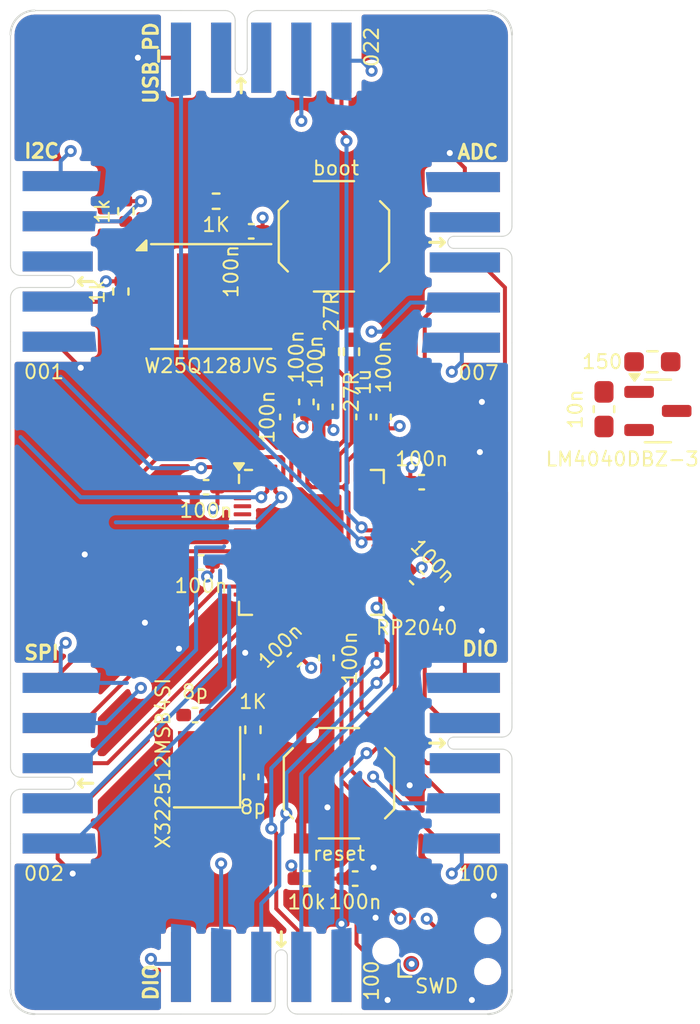
<source format=kicad_pcb>
(kicad_pcb (version 20241010) (generator "pcbnew") (generator_version "8.99")
  (layers (0 "F.Cu" signal) (4 "In1.Cu" signal) (6 "In2.Cu" signal) (2 "B.Cu" signal) (13 "F.Paste" user) (15 "B.Paste" user) (5 "F.SilkS" user "F.Silkscreen") (7 "B.SilkS" user "B.Silkscreen") (1 "F.Mask" user) (3 "B.Mask" user) (25 "Edge.Cuts" user))
  (net 0 "")
  (net 1 "GND")
  (net 2 "+3V3")
  (net 3 "/RP2040/XIN")
  (net 4 "/RP2040/RUN")
  (net 5 "Net-(C5-Pad1)")
  (net 6 "+1V1")
  (net 7 "/RP2040/SWDIO")
  (net 9 "/RP2040/SWCLK")
  (net 10 "Net-(R1-Pad2)")
  (net 11 "/RP2040/~{QSPI_CS}")
  (net 12 "Net-(U3-USB_DP)")
  (net 13 "/RP2040/D+")
  (net 14 "/RP2040/D-")
  (net 15 "Net-(U3-USB_DM)")
  (net 16 "/RP2040/XOUT")
  (net 18 "/RP2040/QSPI_SD1")
  (net 19 "/RP2040/QSPI_SD2")
  (net 20 "/RP2040/QSPI_SD0")
  (net 21 "/RP2040/QSPI_SD3")
  (net 22 "/RP2040/QSPI_SCLK")
  (net 23 "/RP2040/GPIO23")
  (net 24 "/RP2040/GPIO20")
  (net 25 "/RP2040/GPIO22")
  (net 26 "/RP2040/GPIO17")
  (net 27 "/RP2040/GPIO25")
  (net 28 "/RP2040/GPIO16")
  (net 29 "/RP2040/GPIO21")
  (net 30 "/RP2040/GPIO24")
  (net 31 "/RP2040/GPIO18")
  (net 32 "/RP2040/GPIO13")
  (net 33 "/RP2040/GPIO19")
  (net 34 "/RP2040/GPIO15")
  (net 35 "/RP2040/GPIO14")
  (net 36 "+5V")
  (net 40 "/~{I2C0_RESET}")
  (net 41 "/I2C0_STATUS")
  (net 42 "/I2C0_SCL")
  (net 43 "/ADC_REF")
  (net 44 "/SPI_INT")
  (net 45 "/SPI_MOSI")
  (net 46 "/SPI_STATUS")
  (net 47 "/SPI_MISO")
  (net 48 "/SPI_CS")
  (net 49 "/SPI_SCLK")
  (net 50 "/~{SPI_RESET}")
  (net 51 "/ADC1")
  (net 53 "/ADC2")
  (net 55 "/ADC0")
  (net 56 "/ADC3")
  (net 61 "/I2C0_CS")
  (net 62 "/I2C0_INT")
  (net 63 "/I2C0_SDA")
  (footprint "Capacitor_SMD:C_0402_1005Metric_Pad0.74x0.62mm_HandSolder" (layer "F.Cu") (at 148 116.1825 -90)
    (property "Reference" "C5" (hide yes))
    (property "Value" "8p")
  )
  (footprint "Resistor_SMD:R_0402_1005Metric_Pad0.72x0.64mm_HandSolder" (layer "F.Cu") (at 153 95 90)
    (property "Reference" "R5" (hide yes))
    (property "Value" "27R")
  )
  (footprint "Capacitor_SMD:C_0402_1005Metric_Pad0.74x0.62mm_HandSolder" (layer "F.Cu") (at 150.151283 110.348717 45)
    (property "Reference" "C18" (hide yes))
    (property "Value" "100n")
  )
  (footprint "Capacitor_SMD:C_0402_1005Metric_Pad0.74x0.62mm_HandSolder" (layer "F.Cu") (at 145.75 101.75)
    (property "Reference" "C9" (hide yes))
    (property "Value" "100n")
  )
  (footprint "Package_DFN_QFN:QFN-56-1EP_7x7mm_P0.4mm_EP3.2x3.2mm" (layer "F.Cu") (at 151 104.5)
    (property "Reference" "U3" (hide yes))
    (property "Value" "RP2040")
  )
  (footprint "Resistor_SMD:R_0402_1005Metric_Pad0.72x0.64mm_HandSolder" (layer "F.Cu") (at 148.085 113.835 -90)
    (property "Reference" "R6" (hide yes))
    (property "Value" "1K")
  )
  (footprint "Capacitor_SMD:C_0402_1005Metric_Pad0.74x0.62mm_HandSolder" (layer "F.Cu") (at 150.75 97.5 -90)
    (property "Reference" "C11" (hide yes))
    (property "Value" "100n")
  )
  (footprint "put_on_edge:on_edge_2x05_host" (layer "F.Cu") (at 144.5 78)
    (property "Reference" "J6" (hide yes))
    (property "Value" "022")
    (fp_line (start 0 0) (end 2.2 0) (stroke (width 0.05)) (layer "Edge.Cuts"))
    (fp_line (start 2.7 0.5) (end 2.7 2.9) (stroke (width 0.05)) (layer "Edge.Cuts"))
    (fp_line (start 3.3 2.9) (end 3.3 0.5) (stroke (width 0.05)) (layer "Edge.Cuts"))
    (fp_line (start 3.8 0) (end 8 0) (stroke (width 0.05)) (layer "Edge.Cuts"))
    (fp_arc (start 2.2 0) (mid 2.553553 0.146447) (end 2.7 0.5) (stroke (width 0.05)) (layer "Edge.Cuts"))
    (fp_arc (start 3.3 0.5) (mid 3.446447 0.146447) (end 3.8 0) (stroke (width 0.05)) (layer "Edge.Cuts"))
    (fp_arc (start 3.3 2.9) (mid 3 3.2) (end 2.7 2.9) (stroke (width 0.05)) (layer "Edge.Cuts"))
  )
  (footprint "Capacitor_SMD:C_0402_1005Metric_Pad0.74x0.62mm_HandSolder" (layer "F.Cu") (at 151.75 110.25 90)
    (property "Reference" "C7" (hide yes))
    (property "Value" "100n")
  )
  (footprint "Capacitor_SMD:C_0603_1608Metric_Pad1.08x0.95mm_HandSolder" (layer "F.Cu") (at 165.5875 97.8625 -90)
    (property "Reference" "C1" (hide yes))
    (property "Value" "10n")
  )
  (footprint "put_on_edge:on_edge_2x05_host" (layer "F.Cu") (at 136 119.5 90)
    (property "Reference" "J2" (hide yes))
    (property "Value" "002")
    (fp_line (start 3.8 0) (end 8 0) (stroke (width 0.05)) (layer "Edge.Cuts"))
    (fp_line (start 0 0) (end 2.2 0) (stroke (width 0.05)) (layer "Edge.Cuts"))
    (fp_line (start 2.7 0.5) (end 2.7 2.9) (stroke (width 0.05)) (layer "Edge.Cuts"))
    (fp_line (start 3.3 2.9) (end 3.3 0.5) (stroke (width 0.05)) (layer "Edge.Cuts"))
    (fp_arc (start 2.2 0) (mid 2.553553 0.146447) (end 2.7 0.5) (stroke (width 0.05)) (layer "Edge.Cuts"))
    (fp_arc (start 3.3 0.5) (mid 3.446447 0.146447) (end 3.8 0) (stroke (width 0.05)) (layer "Edge.Cuts"))
    (fp_arc (start 3.3 2.9) (mid 3 3.2) (end 2.7 2.9) (stroke (width 0.05)) (layer "Edge.Cuts"))
  )
  (footprint "Capacitor_SMD:C_0402_1005Metric_Pad0.74x0.62mm_HandSolder" (layer "F.Cu") (at 153.1825 121.25)
    (property "Reference" "C4" (hide yes))
    (property "Value" "100n")
  )
  (footprint "Capacitor_SMD:C_0402_1005Metric_Pad0.74x0.62mm_HandSolder" (layer "F.Cu") (at 145.2 113.1025 180)
    (property "Reference" "C3" (hide yes))
    (property "Value" "8p")
  )
  (footprint "Resistor_SMD:R_0402_1005Metric_Pad0.72x0.64mm_HandSolder" (layer "F.Cu") (at 150.7675 121.25)
    (property "Reference" "R3" (hide yes))
    (property "Value" "10k")
  )
  (footprint "Resistor_SMD:R_0402_1005Metric_Pad0.72x0.64mm_HandSolder" (layer "F.Cu") (at 152 95 -90)
    (property "Reference" "R4" (hide yes))
    (property "Value" "27R")
  )
  (footprint "put_on_edge:on_edge_2x05_host" (layer "F.Cu") (at 152.5 128 180)
    (property "Reference" "J3" (hide yes))
    (property "Value" "100")
    (fp_line (start 3.8 0) (end 8 0) (stroke (width 0.05)) (layer "Edge.Cuts"))
    (fp_line (start 3.3 2.9) (end 3.3 0.5) (stroke (width 0.05)) (layer "Edge.Cuts"))
    (fp_line (start 2.7 0.5) (end 2.7 2.9) (stroke (width 0.05)) (layer "Edge.Cuts"))
    (fp_line (start 0 0) (end 2.2 0) (stroke (width 0.05)) (layer "Edge.Cuts"))
    (fp_arc (start 3.3 2.9) (mid 3 3.2) (end 2.7 2.9) (stroke (width 0.05)) (layer "Edge.Cuts"))
    (fp_arc (start 3.3 0.5) (mid 3.446447 0.146447) (end 3.8 0) (stroke (width 0.05)) (layer "Edge.Cuts"))
    (fp_arc (start 2.2 0) (mid 2.553553 0.146447) (end 2.7 0.5) (stroke (width 0.05)) (layer "Edge.Cuts"))
  )
  (footprint "Capacitor_SMD:C_0402_1005Metric_Pad0.74x0.62mm_HandSolder" (layer "F.Cu") (at 149.8 98.25 -90)
    (property "Reference" "C6" (hide yes))
    (property "Value" "100n")
  )
  (footprint "Package_TO_SOT_SMD:SOT-23" (layer "F.Cu") (at 168.275 97.95)
    (property "Reference" "U1" (hide yes))
    (property "Value" "LM4040DBZ-3")
  )
  (footprint "Capacitor_SMD:C_0402_1005Metric_Pad0.74x0.62mm_HandSolder" (layer "F.Cu") (at 153.6 98.25 -90)
    (property "Reference" "C8" (hide yes))
    (property "Value" "1u")
  )
  (footprint "put_on_edge:on_edge_2x05_host" (layer "F.Cu") (at 161 86.55 -90)
    (property "Reference" "J4" (hide yes))
    (property "Value" "007")
    (fp_line (start 3.3 2.9) (end 3.3 0.5) (stroke (width 0.05)) (layer "Edge.Cuts"))
    (fp_line (start 2.7 0.5) (end 2.7 2.9) (stroke (width 0.05)) (layer "Edge.Cuts"))
    (fp_line (start 0 0) (end 2.2 0) (stroke (width 0.05)) (layer "Edge.Cuts"))
    (fp_line (start 3.8 0) (end 8 0) (stroke (width 0.05)) (layer "Edge.Cuts"))
    (fp_arc (start 3.3 2.9) (mid 3 3.2) (end 2.7 2.9) (stroke (width 0.05)) (layer "Edge.Cuts"))
    (fp_arc (start 3.3 0.5) (mid 3.446447 0.146447) (end 3.8 0) (stroke (width 0.05)) (layer "Edge.Cuts"))
    (fp_arc (start 2.2 0) (mid 2.553553 0.146447) (end 2.7 0.5) (stroke (width 0.05)) (layer "Edge.Cuts"))
  )
  (footprint "Crystal:Crystal_SMD_3225-4Pin_3.2x2.5mm" (layer "F.Cu") (at 145.8 115.7025 90)
    (property "Reference" "Y1" (hide yes))
    (property "Value" "X322512MSB4SI")
  )
  (footprint "Resistor_SMD:R_0603_1608Metric_Pad0.98x0.95mm_HandSolder" (layer "F.Cu") (at 168 95.5)
    (property "Reference" "R2" (hide yes))
    (property "Value" "150")
  )
  (footprint "Package_SON:WSON-8-1EP_6x5mm_P1.27mm_EP3.4x4.3mm" (layer "F.Cu") (at 146 92.25)
    (property "Reference" "U2" (hide yes))
    (property "Value" "W25Q128JVS")
  )
  (footprint "put_on_edge:on_edge_2x05_host" (layer "F.Cu") (at 136 94.5 90)
    (property "Reference" "J8" (hide yes))
    (property "Value" "001")
    (fp_line (start 3.8 0) (end 8 0) (stroke (width 0.05)) (layer "Edge.Cuts"))
    (fp_line (start 0 0) (end 2.2 0) (stroke (width 0.05)) (layer "Edge.Cuts"))
    (fp_line (start 2.7 0.5) (end 2.7 2.9) (stroke (width 0.05)) (layer "Edge.Cuts"))
    (fp_line (start 3.3 2.9) (end 3.3 0.5) (stroke (width 0.05)) (layer "Edge.Cuts"))
    (fp_arc (start 2.2 0) (mid 2.553553 0.146447) (end 2.7 0.5) (stroke (width 0.05)) (layer "Edge.Cuts"))
    (fp_arc (start 3.3 0.5) (mid 3.446447 0.146447) (end 3.8 0) (stroke (width 0.05)) (layer "Edge.Cuts"))
    (fp_arc (start 3.3 2.9) (mid 3 3.2) (end 2.7 2.9) (stroke (width 0.05)) (layer "Edge.Cuts"))
  )
  (footprint "Resistor_SMD:R_0402_1005Metric" (layer "F.Cu") (at 141.75 88 -90)
    (property "Reference" "R8" (hide yes))
    (property "Value" "1k")
  )
  (footprint "Resistor_SMD:R_0402_1005Metric" (layer "F.Cu") (at 141.5 92 -90)
    (property "Reference" "R7" (hide yes))
    (property "Value" "1k")
  )
  (footprint "Button_Switch_SMD:SW_Push_1P1T_XKB_TS-1187A" (layer "F.Cu") (at 152.375 116.5 -90)
    (property "Reference" "SW2" (hide yes))
    (property "Value" "reset")
  )
  (footprint "Capacitor_SMD:C_0402_1005Metric_Pad0.74x0.62mm_HandSolder" (layer "F.Cu") (at 145.5 105.5)
    (property "Reference" "C13" (hide yes))
    (property "Value" "100n")
  )
  (footprint "Connector:Tag-Connect_TC2030-IDC-NL_2x03_P1.27mm_Vertical" (layer "F.Cu") (at 157.25 124.865)
    (property "Reference" "J1" (hide yes))
    (property "Value" "SWD")
  )
  (footprint "Button_Switch_SMD:SW_Push_1P1T_XKB_TS-1187A" (layer "F.Cu") (at 152.125 89.25 -90)
    (property "Reference" "SW1" (hide yes))
    (property "Value" "boot")
  )
  (footprint "Capacitor_SMD:C_0402_1005Metric_Pad0.74x0.62mm_HandSolder" (layer "F.Cu") (at 148 89 180)
    (property "Reference" "C2" (hide yes))
    (property "Value" "100n")
  )
  (footprint "Capacitor_SMD:C_0402_1005Metric_Pad0.74x0.62mm_HandSolder" (layer "F.Cu") (at 151.7 97.75 -90)
    (property "Reference" "C14" (hide yes))
    (property "Value" "100n")
  )
  (footprint "Resistor_SMD:R_0402_1005Metric_Pad0.72x0.64mm_HandSolder" (layer "F.Cu") (at 146.25 87.5)
    (property "Reference" "R1" (hide yes))
    (property "Value" "1K")
  )
  (footprint "Capacitor_SMD:C_0402_1005Metric_Pad0.74x0.62mm_HandSolder" (layer "F.Cu") (at 154.6 98.25 -90)
    (property "Reference" "C15" (hide yes))
    (property "Value" "100n")
  )
  (footprint "Capacitor_SMD:C_0402_1005Metric_Pad0.74x0.62mm_HandSolder" (layer "F.Cu") (at 156.5 101.5 180)
    (property "Reference" "C16" (hide yes))
    (property "Value" "100n")
  )
  (footprint "Capacitor_SMD:C_0402_1005Metric_Pad0.74x0.62mm_HandSolder" (layer "F.Cu") (at 156.25 106.25 135)
    (property "Reference" "C12" (hide yes))
    (property "Value" "100n")
  )
  (footprint "put_on_edge:on_edge_2x05_host" (layer "F.Cu") (at 161 111.5 -90)
    (property "Reference" "J5" (hide yes))
    (property "Value" "100")
    (fp_line (start 3.3 2.9) (end 3.3 0.5) (stroke (width 0.05)) (layer "Edge.Cuts"))
    (fp_line (start 2.7 0.5) (end 2.7 2.9) (stroke (width 0.05)) (layer "Edge.Cuts"))
    (fp_line (start 0 0) (end 2.2 0) (stroke (width 0.05)) (layer "Edge.Cuts"))
    (fp_line (start 3.8 0) (end 8 0) (stroke (width 0.05)) (layer "Edge.Cuts"))
    (fp_arc (start 3.3 2.9) (mid 3 3.2) (end 2.7 2.9) (stroke (width 0.05)) (layer "Edge.Cuts"))
    (fp_arc (start 3.3 0.5) (mid 3.446447 0.146447) (end 3.8 0) (stroke (width 0.05)) (layer "Edge.Cuts"))
    (fp_arc (start 2.2 0) (mid 2.553553 0.146447) (end 2.7 0.5) (stroke (width 0.05)) (layer "Edge.Cuts"))
  )
  (gr_arc (start 161 126.8) (mid 160.648528 127.648528) (end 159.8 128) (stroke (width 0.1)) (layer "Edge.Cuts"))
  (gr_arc (start 136 79.2) (mid 136.351472 78.351472) (end 137.2 78) (stroke (width 0.1)) (layer "Edge.Cuts"))
  (gr_arc (start 137.2 128) (mid 136.351472 127.648528) (end 136 126.8) (stroke (width 0.1)) (layer "Edge.Cuts"))
  (gr_line (start 161 94.55) (end 161 111.5) (stroke (width 0.05)) (layer "Edge.Cuts"))
  (gr_line (start 152.5 78) (end 159.8 78) (stroke (width 0.05)) (layer "Edge.Cuts"))
  (gr_line (start 136 126.8) (end 136 119.5) (stroke (width 0.05)) (layer "Edge.Cuts"))
  (gr_arc (start 159.8 78) (mid 160.648528 78.351472) (end 161 79.2) (stroke (width 0.1)) (layer "Edge.Cuts"))
  (gr_line (start 137.2 78) (end 144.5 78) (stroke (width 0.05)) (layer "Edge.Cuts"))
  (gr_line (start 161 119.5) (end 161 126.8) (stroke (width 0.05)) (layer "Edge.Cuts"))
  (gr_line (start 136 111.5) (end 136 94.5) (stroke (width 0.05)) (layer "Edge.Cuts"))
  (gr_line (start 159.8 128) (end 152.5 128) (stroke (width 0.05)) (layer "Edge.Cuts"))
  (gr_line (start 161 79.2) (end 161 86.55) (stroke (width 0.05)) (layer "Edge.Cuts"))
  (gr_line (start 144.5 128) (end 137.2 128) (stroke (width 0.05)) (layer "Edge.Cuts"))
  (gr_line (start 136 86.5) (end 136 79.2) (stroke (width 0.05)) (layer "Edge.Cuts"))
  (segment (start 150 107.9375) (end 150 105.5) (width 0.2) (layer "F.Cu") (net 1))
  (segment (start 158.65 109.75) (end 159.5 108.9) (width 0.2) (layer "F.Cu") (net 1))
  (segment (start 144.5 80.35) (end 142.35 80.35) (width 0.2) (layer "F.Cu") (net 1))
  (segment (start 138.35 94.65) (end 139.5 95.8) (width 0.2) (layer "F.Cu") (net 1))
  (segment (start 138.35 94.5) (end 138.35 94.65) (width 0.2) (layer "F.Cu") (net 1))
  (segment (start 158.65 85.85) (end 157.9 85.1) (width 0.2) (layer "F.Cu") (net 1))
  (segment (start 138.35 119.5) (end 138.35 120.25) (width 0.2) (layer "F.Cu") (net 1))
  (segment (start 158.65 86.55) (end 158.65 85.85) (width 0.2) (layer "F.Cu") (net 1))
  (segment (start 142.3 80.3) (end 142.35 80.35) (width 0.2) (layer "F.Cu") (net 1))
  (segment (start 152.5 125.65) (end 152.5 123.5) (width 0.2) (layer "F.Cu") (net 1))
  (segment (start 138.35 120.25) (end 139.1 121) (width 0.2) (layer "F.Cu") (net 1))
  (segment (start 150 105.5) (end 151 104.5) (width 0.2) (layer "F.Cu") (net 1))
  (segment (start 158.65 111.5) (end 158.65 109.75) (width 0.2) (layer "F.Cu") (net 1))
  (via (at 157.5 107.8) (size 0.6) (drill 0.3) (layers "F.Cu" "B.Cu") (net 1))
  (via (at 159.5 108.9) (size 0.6) (drill 0.3) (layers "F.Cu" "B.Cu") (net 1))
  (via (at 142.35 80.35) (size 0.6) (drill 0.3) (layers "F.Cu" "B.Cu") (net 1))
  (via (at 155.9 116.6) (size 0.6) (drill 0.3) (layers "F.Cu" "B.Cu") (net 1))
  (via (at 139.1 121) (size 0.6) (drill 0.3) (layers "F.Cu" "B.Cu") (net 1))
  (via (at 159.4 100) (size 0.6) (drill 0.3) (layers "F.Cu" "B.Cu") (net 1))
  (via (at 154.8 127.3) (size 0.6) (drill 0.3) (layers "F.Cu" "B.Cu") (net 1))
  (via (at 139.5 95.8) (size 0.6) (drill 0.3) (layers "F.Cu" "B.Cu") (net 1))
  (via (at 151.8 117.7) (size 0.6) (drill 0.3) (layers "F.Cu" "B.Cu") (net 1))
  (via (at 154.1 120.7) (size 0.6) (drill 0.3) (layers "F.Cu" "B.Cu") (net 1))
  (via (at 152.5 123.5) (size 0.6) (drill 0.3) (layers "F.Cu" "B.Cu") (net 1))
  (via (at 154.2 123.2) (size 0.6) (drill 0.3) (layers "F.Cu" "B.Cu") (net 1))
  (via (at 159.5 97.5) (size 0.6) (drill 0.3) (layers "F.Cu" "B.Cu") (net 1))
  (via (at 147.7 110) (size 0.6) (drill 0.3) (layers "F.Cu" "B.Cu") (net 1))
  (via (at 160.1 122.1) (size 0.6) (drill 0.3) (layers "F.Cu" "B.Cu") (net 1))
  (via (at 144.4 109.8) (size 0.6) (drill 0.3) (layers "F.Cu" "B.Cu") (net 1))
  (via (at 159 127.3) (size 0.6) (drill 0.3) (layers "F.Cu" "B.Cu") (net 1))
  (via (at 157.9 85.1) (size 0.6) (drill 0.3) (layers "F.Cu" "B.Cu") (net 1))
  (via (at 139.7 105.1) (size 0.6) (drill 0.3) (layers "F.Cu" "B.Cu") (net 1))
  (via (at 142.7 108.5) (size 0.6) (drill 0.3) (layers "F.Cu" "B.Cu") (net 1))
  (segment (start 151.6 101.0625) (end 151.6 98.4175) (width 0.2) (layer "F.Cu") (net 2))
  (segment (start 153.2 100.6) (end 154.6 99.2) (width 0.2) (layer "F.Cu") (net 2))
  (segment (start 152.1 98.9) (end 151.96 98.76) (width 0.2) (layer "F.Cu") (net 2))
  (segment (start 155.98 125.5) (end 155.98 125.322542) (width 0.2) (layer "F.Cu") (net 2))
  (segment (start 156.401283 105.848717) (end 156.5 105.75) (width 0.2) (layer "F.Cu") (net 2))
  (segment (start 150.552566 110.312566) (end 150.99 110.75) (width 0.2) (layer "F.Cu") (net 2))
  (segment (start 150.75 98.0675) (end 150.75 98.570879) (width 0.2) (layer "F.Cu") (net 2))
  (segment (start 146.1 102.8) (end 146.3175 102.5825) (width 0.2) (layer "F.Cu") (net 2))
  (segment (start 150.552566 109.947434) (end 150.552566 110.312566) (width 0.2) (layer "F.Cu") (net 2))
  (segment (start 150.552566 109.947434) (end 151.2 109.3) (width 0.2) (layer "F.Cu") (net 2))
  (segment (start 151.6 98.4175) (end 151.7 98.3175) (width 0.2) (layer "F.Cu") (net 2))
  (segment (start 151.14125 98.45875) (end 150.75 98.0675) (width 0.2) (layer "F.Cu") (net 2))
  (segment (start 153.2 101.0625) (end 153.2 100.6) (width 0.2) (layer "F.Cu") (net 2))
  (segment (start 141.5 91.49) (end 140.76 91.49) (width 0.2) (layer "F.Cu") (net 2))
  (segment (start 154.6 99.2) (end 154.6 98.8175) (width 0.2) (layer "F.Cu") (net 2))
  (segment (start 151.2 98.95875) (end 151.14125 98.9) (width 0.2) (layer "F.Cu") (net 2))
  (segment (start 142.5 87.5) (end 141.76 87.5) (width 0.2) (layer "F.Cu") (net 2))
  (segment (start 146.3175 102.5825) (end 146.3175 101.75) (width 0.2) (layer "F.Cu") (net 2))
  (segment (start 155.5 105.5) (end 155.848717 105.848717) (width 0.2) (layer "F.Cu") (net 2))
  (segment (start 148.5675 89) (end 148.5675 88.3175) (width 0.2) (layer "F.Cu") (net 2))
  (segment (start 155.2825 98.8175) (end 154.6 98.8175) (width 0.2) (layer "F.Cu") (net 2))
  (segment (start 147.5625 101.9) (end 146.4675 101.9) (width 0.2) (layer "F.Cu") (net 2))
  (segment (start 154.4375 101.9) (end 155.5325 101.9) (width 0.2) (layer "F.Cu") (net 2))
  (segment (start 151.96 98.76) (end 151.96 98.71) (width 0.2) (layer "F.Cu") (net 2))
  (segment (start 141.76 87.5) (end 141.75 87.49) (width 0.2) (layer "F.Cu") (net 2))
  (segment (start 148.7 89.1325) (end 148.5675 89) (width 0.2) (layer "F.Cu") (net 2))
  (segment (start 148.7 90.345) (end 148.7 89.1325) (width 0.2) (layer "F.Cu") (net 2))
  (segment (start 155.848717 105.848717) (end 156.401283 105.848717) (width 0.2) (layer "F.Cu") (net 2))
  (segment (start 151.96 98.71) (end 151.7 98.45) (width 0.2) (layer "F.Cu") (net 2))
  (segment (start 140.75 91.5) (end 140.76 91.49) (width 0.2) (layer "F.Cu") (net 2))
  (segment (start 145.8 106.2) (end 146.0675 105.9325) (width 0.2) (layer "F.Cu") (net 2))
  (segment (start 155.4 98.7) (end 155.2825 98.8175) (width 0.2) (layer "F.Cu") (net 2))
  (segment (start 151.2 109.3) (end 151.2 107.9375) (width 0.2) (layer "F.Cu") (net 2))
  (segment (start 148.5 88.25) (end 148.5675 88.3175) (width 0.2) (layer "F.Cu") (net 2))
  (segment (start 154.4375 105.5) (end 155.5 105.5) (width 0.2) (layer "F.Cu") (net 2))
  (segment (start 146.4675 101.9) (end 146.3175 101.75) (width 0.2) (layer "F.Cu") (net 2))
  (segment (start 155.9325 100.8175) (end 156 100.75) (width 0.2) (layer "F.Cu") (net 2))
  (segment (start 151.14125 98.9) (end 151.14125 98.45875) (width 0.2) (layer "F.Cu") (net 2))
  (segment (start 146.0675 105.9325) (end 146.0675 105.5) (width 0.2) (layer "F.Cu") (net 2))
  (segment (start 155.5325 101.9) (end 155.9325 101.5) (width 0.2) (layer "F.Cu") (net 2))
  (segment (start 150.17 121.25) (end 150.17 120.77) (width 0.2) (layer "F.Cu") (net 2))
  (segment (start 155.9325 101.5) (end 155.9325 100.8175) (width 0.2) (layer "F.Cu") (net 2))
  (segment (start 146.0675 105.5) (end 147.5625 105.5) (width 0.2) (layer "F.Cu") (net 2))
  (segment (start 151.2 101.0625) (end 151.2 98.95875) (width 0.2) (layer "F.Cu") (net 2))
  (segment (start 150.75 98.570879) (end 150.56 98.760879) (width 0.2) (layer "F.Cu") (net 2))
  (segment (start 150.17 120.77) (end 150 120.6) (width 0.2) (layer "F.Cu") (net 2))
  (segment (start 151.7 98.45) (end 151.7 98.3175) (width 0.2) (layer "F.Cu") (net 2))
  (via (at 146.5 120.5) (size 0.6) (drill 0.3) (layers "F.Cu" "B.Cu") (net 2))
  (via (at 150 120.6) (size 0.6) (drill 0.3) (layers "F.Cu" "B.Cu") (net 2))
  (via (at 152.1 98.9) (size 0.6) (drill 0.3) (layers "F.Cu" "B.Cu") (net 2))
  (via (at 150.5 83.5) (size 0.6) (drill 0.3) (layers "F.Cu" "B.Cu") (net 2))
  (via (at 154.076409 116.173591) (size 0.6) (drill 0.3) (layers "F.Cu" "B.Cu") (net 2))
  (via (at 142.5 111.75) (size 0.6) (drill 0.3) (layers "F.Cu" "B.Cu") (net 2))
  (via (at 150.56 98.760879) (size 0.6) (drill 0.3) (layers "F.Cu" "B.Cu") (net 2))
  (via (at 154 94) (size 0.6) (drill 0.3) (layers "F.Cu" "B.Cu") (net 2))
  (via (at 148.5675 88.3175) (size 0.6) (drill 0.3) (layers "F.Cu" "B.Cu") (net 2))
  (via (at 156 125.5) (size 0.6) (drill 0.3) (layers "F.Cu" "B.Cu") (net 2))
  (via (at 155.4 98.7) (size 0.6) (drill 0.3) (layers "F.Cu" "B.Cu") (net 2))
  (via (at 146.1 102.8) (size 0.6) (drill 0.3) (layers "F.Cu" "B.Cu") (net 2))
  (via (at 140.76 91.49) (size 0.6) (drill 0.3) (layers "F.Cu" "B.Cu") (net 2))
  (via (at 156 100.75) (size 0.6) (drill 0.3) (layers "F.Cu" "B.Cu") (net 2))
  (via (at 156.5 105.75) (size 0.6) (drill 0.3) (layers "F.Cu" "B.Cu") (net 2))
  (via (at 142.5 87.5) (size 0.6) (drill 0.3) (layers "F.Cu" "B.Cu") (net 2))
  (via (at 150.99 110.75) (size 0.6) (drill 0.3) (layers "F.Cu" "B.Cu") (net 2))
  (via (at 145.8 106.2) (size 0.6) (drill 0.3) (layers "F.Cu" "B.Cu") (net 2))
  (segment (start 150.5 80.4) (end 150.5 83.5) (width 0.2) (layer "B.Cu") (net 2))
  (segment (start 158.6 117.5) (end 155.402817 117.5) (width 0.2) (layer "B.Cu") (net 2))
  (segment (start 146.5 125.6) (end 146.5 120.5) (width 0.2) (layer "B.Cu") (net 2))
  (segment (start 141.5 88.5) (end 138.4 88.5) (width 0.2) (layer "B.Cu") (net 2))
  (segment (start 138.4 113.5) (end 140.75 113.5) (width 0.2) (layer "B.Cu") (net 2))
  (segment (start 140.75 113.5) (end 142.5 111.75) (width 0.2) (layer "B.Cu") (net 2))
  (segment (start 158.6 92.55) (end 155.95 92.55) (width 0.2) (layer "B.Cu") (net 2))
  (segment (start 155.95 92.55) (end 154.5 94) (width 0.2) (layer "B.Cu") (net 2))
  (segment (start 142.5 87.5) (end 141.5 88.5) (width 0.2) (layer "B.Cu") (net 2))
  (segment (start 154.5 94) (end 154 94) (width 0.2) (layer "B.Cu") (net 2))
  (segment (start 155.402817 117.5) (end 154.076409 116.173591) (width 0.2) (layer "B.Cu") (net 2))
  (segment (start 145.7675 113.785) (end 144.95 114.6025) (width 0.2) (layer "F.Cu") (net 3))
  (segment (start 145.7675 113.1025) (end 145.7675 113.785) (width 0.2) (layer "F.Cu") (net 3))
  (segment (start 145.8975 113.1025) (end 145.7675 113.1025) (width 0.2) (layer "F.Cu") (net 3))
  (segment (start 150.4 108.6) (end 145.8975 113.1025) (width 0.2) (layer "F.Cu") (net 3))
  (segment (start 145.7675 113.1025) (end 145.8025 113.0675) (width 0.2) (layer "F.Cu") (net 3))
  (segment (start 150.4 107.9375) (end 150.4 108.6) (width 0.2) (layer "F.Cu") (net 3))
  (segment (start 152.615 121.135) (end 154.25 119.5) (width 0.2) (layer "F.Cu") (net 4))
  (segment (start 153.5 112.75) (end 153.5 109.492974) (width 0.2) (layer "F.Cu") (net 4))
  (segment (start 152.615 121.25) (end 152.615 121.135) (width 0.2) (layer "F.Cu") (net 4))
  (segment (start 151.365 121.25) (end 152.615 121.25) (width 0.2) (layer "F.Cu") (net 4))
  (segment (start 153.25 124.50144) (end 153.25 121.885) (width 0.2) (layer "F.Cu") (net 4))
  (segment (start 154.25 113.5) (end 153.5 112.75) (width 0.2) (layer "F.Cu") (net 4))
  (segment (start 153.5 109.492974) (end 152.8 108.792974) (width 0.2) (layer "F.Cu") (net 4))
  (segment (start 154.89226 126.1437) (end 153.25 124.50144) (width 0.2) (layer "F.Cu") (net 4))
  (segment (start 157.25 125.5) (end 156.6063 126.1437) (width 0.2) (layer "F.Cu") (net 4))
  (segment (start 156.6063 126.1437) (end 154.89226 126.1437) (width 0.2) (layer "F.Cu") (net 4))
  (segment (start 152.8 108.792974) (end 152.8 107.9375) (width 0.2) (layer "F.Cu") (net 4))
  (segment (start 153.25 121.885) (end 152.615 121.25) (width 0.2) (layer "F.Cu") (net 4))
  (segment (start 148.085 114.4325) (end 148.085 115.53) (width 0.2) (layer "F.Cu") (net 5))
  (segment (start 148 115.615) (end 147.8375 115.615) (width 0.2) (layer "F.Cu") (net 5))
  (segment (start 147.8375 115.615) (end 146.65 116.8025) (width 0.2) (layer "F.Cu") (net 5))
  (segment (start 148.085 115.53) (end 148 115.615) (width 0.2) (layer "F.Cu") (net 5))
  (segment (start 152.8 101.0625) (end 152.8 100.45) (width 0.2) (layer "F.Cu") (net 6))
  (segment (start 152.85 102.02435) (end 152.57565 101.75) (width 0.2) (layer "F.Cu") (net 6))
  (segment (start 151.6 107.47435) (end 152.85 106.22435) (width 0.2) (layer "F.Cu") (net 6))
  (segment (start 150.8 99.8175) (end 149.8 98.8175) (width 0.2) (layer "F.Cu") (net 6))
  (segment (start 151.02435 101.75) (end 152.57565 101.75) (width 0.2) (layer "F.Cu") (net 6))
  (segment (start 150.8 101.52565) (end 151.02435 101.75) (width 0.2) (layer "F.Cu") (net 6))
  (segment (start 152.8 100.45) (end 153.6 99.65) (width 0.2) (layer "F.Cu") (net 6))
  (segment (start 152.85 106.22435) (end 152.85 102.02435) (width 0.2) (layer "F.Cu") (net 6))
  (segment (start 153.6 99.65) (end 153.6 98.8175) (width 0.2) (layer "F.Cu") (net 6))
  (segment (start 151.6 107.9375) (end 151.6 107.47435) (width 0.2) (layer "F.Cu") (net 6))
  (segment (start 152.57565 101.75) (end 152.8 101.52565) (width 0.2) (layer "F.Cu") (net 6))
  (segment (start 151.6 109.5325) (end 151.6 107.9375) (width 0.2) (layer "F.Cu") (net 6))
  (segment (start 150.8 101.0625) (end 150.8 99.8175) (width 0.2) (layer "F.Cu") (net 6))
  (segment (start 150.8 101.0625) (end 150.8 101.52565) (width 0.2) (layer "F.Cu") (net 6))
  (segment (start 151.75 109.6825) (end 151.6 109.5325) (width 0.2) (layer "F.Cu") (net 6))
  (segment (start 152.8 101.52565) (end 152.8 101.0625) (width 0.2) (layer "F.Cu") (net 6))
  (segment (start 153 109.487948) (end 153 115.875) (width 0.2) (layer "F.Cu") (net 7))
  (segment (start 153 115.875) (end 155.98 118.855) (width 0.2) (layer "F.Cu") (net 7))
  (segment (start 152.4 107.9375) (end 152.4 108.887948) (width 0.2) (layer "F.Cu") (net 7))
  (segment (start 155.98 118.855) (end 155.98 124.23) (width 0.2) (layer "F.Cu") (net 7))
  (segment (start 152.4 108.887948) (end 153 109.487948) (width 0.2) (layer "F.Cu") (net 7))
  (segment (start 155 122.82) (end 155 118.875) (width 0.2) (layer "F.Cu") (net 9))
  (segment (start 155.43 123.25) (end 155 122.82) (width 0.2) (layer "F.Cu") (net 9))
  (segment (start 152 108.987948) (end 152 107.9375) (width 0.2) (layer "F.Cu") (net 9))
  (segment (start 157.25 123.75) (end 157.25 124.23) (width 0.2) (layer "F.Cu") (net 9))
  (segment (start 152.5 116.375) (end 152.5 109.487948) (width 0.2) (layer "F.Cu") (net 9))
  (segment (start 152.5 109.487948) (end 152 108.987948) (width 0.2) (layer "F.Cu") (net 9))
  (segment (start 156.75 123.25) (end 157.25 123.75) (width 0.2) (layer "F.Cu") (net 9))
  (segment (start 155 118.875) (end 152.5 116.375) (width 0.2) (layer "F.Cu") (net 9))
  (via (at 156.75 123.25) (size 0.6) (drill 0.3) (layers "F.Cu" "B.Cu") (net 9))
  (via (at 155.43 123.25) (size 0.6) (drill 0.3) (layers "F.Cu" "B.Cu") (net 9))
  (segment (start 148.4 101.0625) (end 148.0875 100.75) (width 0.2) (layer "F.Cu") (net 11))
  (segment (start 148.0875 100.75) (end 145.45 100.75) (width 0.2) (layer "F.Cu") (net 11))
  (segment (start 145.45 100.75) (end 145.5 100.8) (width 0.2) (layer "F.Cu") (net 11))
  (via (at 145.5 100.8) (size 0.6) (drill 0.3) (layers "F.Cu" "B.Cu") (net 11))
  (segment (start 145.5 100.8) (end 143.05 100.8) (width 0.2) (layer "B.Cu") (net 11))
  (segment (start 143.05 100.8) (end 138.5 96.25) (width 0.2) (layer "B.Cu") (net 11))
  (segment (start 152 100.043802) (end 152.65 99.393802) (width 0.2) (layer "F.Cu") (net 12))
  (segment (start 152 101.0625) (end 152 100.043802) (width 0.2) (layer "F.Cu") (net 12))
  (segment (start 152.65 96.2475) (end 152 95.5975) (width 0.2) (layer "F.Cu") (net 12))
  (segment (start 152.65 99.393802) (end 152.65 96.2475) (width 0.2) (layer "F.Cu") (net 12))
  (segment (start 152.4 100.138776) (end 152.4 101.0625) (width 0.2) (layer "F.Cu") (net 15))
  (segment (start 153 99.538776) (end 152.4 100.138776) (width 0.2) (layer "F.Cu") (net 15))
  (segment (start 153 95.5975) (end 153 99.538776) (width 0.2) (layer "F.Cu") (net 15))
  (segment (start 148.085 113.2375) (end 148.085 111.409974) (width 0.2) (layer "F.Cu") (net 16))
  (segment (start 150.8 108.694974) (end 150.8 107.9375) (width 0.2) (layer "F.Cu") (net 16))
  (segment (start 148.085 111.409974) (end 150.8 108.694974) (width 0.2) (layer "F.Cu") (net 16))
  (segment (start 148.8 101.0625) (end 148.8 101.95) (width 0.2) (layer "F.Cu") (net 18))
  (segment (start 148.8 101.95) (end 148.5 102.25) (width 0.2) (layer "F.Cu") (net 18))
  (via (at 148.5 102.25) (size 0.6) (drill 0.3) (layers "F.Cu" "B.Cu") (net 18))
  (segment (start 139.5 102.25) (end 136.5 99.25) (width 0.2) (layer "B.Cu") (net 18))
  (segment (start 148.5 102.25) (end 139.5 102.25) (width 0.2) (layer "B.Cu") (net 18))
  (segment (start 149.2 101.0625) (end 149.2 101.95) (width 0.2) (layer "F.Cu") (net 19))
  (segment (start 149.2 101.95) (end 149.5 102.25) (width 0.2) (layer "F.Cu") (net 19))
  (via (at 149.5 102.25) (size 0.6) (drill 0.3) (layers "F.Cu" "B.Cu") (net 19))
  (segment (start 141.25 103.5) (end 148.25 103.5) (width 0.2) (layer "B.Cu") (net 19))
  (segment (start 148.25 103.5) (end 149.5 102.25) (width 0.2) (layer "B.Cu") (net 19))
  (segment (start 149.5 100.25) (end 143.355 100.25) (width 0.2) (layer "F.Cu") (net 20))
  (segment (start 149.6 101.0625) (end 149.6 100.35) (width 0.2) (layer "F.Cu") (net 20))
  (segment (start 143.355 100.25) (end 142.45 101.155) (width 0.2) (layer "F.Cu") (net 20))
  (segment (start 149.6 100.35) (end 149.5 100.25) (width 0.2) (layer "F.Cu") (net 20))
  (segment (start 150.4 101.0625) (end 150.4 99.962474) (width 0.2) (layer "F.Cu") (net 21))
  (segment (start 149.19 99.202052) (end 149.19 96.56) (width 0.2) (layer "F.Cu") (net 21))
  (segment (start 150.4 99.962474) (end 149.872526 99.435) (width 0.2) (layer "F.Cu") (net 21))
  (segment (start 149.19 96.56) (end 149.5 96.25) (width 0.2) (layer "F.Cu") (net 21))
  (segment (start 149.422948 99.435) (end 149.19 99.202052) (width 0.2) (layer "F.Cu") (net 21))
  (segment (start 149.872526 99.435) (end 149.422948 99.435) (width 0.2) (layer "F.Cu") (net 21))
  (segment (start 149.5 96.25) (end 149.5 92.415) (width 0.2) (layer "F.Cu") (net 21))
  (segment (start 149.5 92.415) (end 148.7 91.615) (width 0.2) (layer "F.Cu") (net 21))
  (segment (start 150 101.0625) (end 150 100.057448) (width 0.2) (layer "F.Cu") (net 22))
  (segment (start 149.727552 99.785) (end 149.277973 99.785) (width 0.2) (layer "F.Cu") (net 22))
  (segment (start 150 100.057448) (end 149.727552 99.785) (width 0.2) (layer "F.Cu") (net 22))
  (segment (start 148.75 99.257027) (end 148.75 96) (width 0.2) (layer "F.Cu") (net 22))
  (segment (start 149.277973 99.785) (end 148.75 99.257027) (width 0.2) (layer "F.Cu") (net 22))
  (segment (start 158.25 109) (end 156.65 110.6) (width 0.2) (layer "F.Cu") (net 23))
  (segment (start 156.65 110.6) (end 156.65 112.4) (width 0.2) (layer "F.Cu") (net 23))
  (segment (start 156.65 112.4) (end 157.75 113.5) (width 0.2) (layer "F.Cu") (net 23))
  (segment (start 154.4375 104.7) (end 155.292973 104.7) (width 0.2) (layer "F.Cu") (net 23))
  (segment (start 155.402973 104.59) (end 157.29 104.59) (width 0.2) (layer "F.Cu") (net 23))
  (segment (start 155.292973 104.7) (end 155.402973 104.59) (width 0.2) (layer "F.Cu") (net 23))
  (segment (start 157.75 113.5) (end 158.65 113.5) (width 0.2) (layer "F.Cu") (net 23))
  (segment (start 158.25 105.55) (end 158.25 109) (width 0.2) (layer "F.Cu") (net 23))
  (segment (start 157.29 104.59) (end 158.25 105.55) (width 0.2) (layer "F.Cu") (net 23))
  (segment (start 154.995624 106.3) (end 155.5 106.804376) (width 0.2) (layer "F.Cu") (net 24))
  (segment (start 155 117) (end 157.5 119.5) (width 0.2) (layer "F.Cu") (net 24))
  (segment (start 157.5 119.5) (end 158.65 119.5) (width 0.2) (layer "F.Cu") (net 24))
  (segment (start 154.4375 106.3) (end 154.995624 106.3) (width 0.2) (layer "F.Cu") (net 24))
  (segment (start 155.5 113.994974) (end 155 114.494974) (width 0.2) (layer "F.Cu") (net 24))
  (segment (start 155 114.494974) (end 155 117) (width 0.2) (layer "F.Cu") (net 24))
  (segment (start 155.5 106.804376) (end 155.5 113.994974) (width 0.2) (layer "F.Cu") (net 24))
  (segment (start 157.319182 106.930818) (end 156.25 108) (width 0.2) (layer "F.Cu") (net 25))
  (segment (start 156.25 108) (end 156.25 115) (width 0.2) (layer "F.Cu") (net 25))
  (segment (start 154.4375 105.1) (end 156.65 105.1) (width 0.2) (layer "F.Cu") (net 25))
  (segment (start 156.65 105.1) (end 157.319182 105.769182) (width 0.2) (layer "F.Cu") (net 25))
  (segment (start 156.75 115.5) (end 158.65 115.5) (width 0.2) (layer "F.Cu") (net 25))
  (segment (start 156.25 115) (end 156.75 115.5) (width 0.2) (layer "F.Cu") (net 25))
  (segment (start 157.319182 105.769182) (end 157.319182 106.930818) (width 0.2) (layer "F.Cu") (net 25))
  (segment (start 153.6 108.35) (end 154.8 109.55) (width 0.2) (layer "F.Cu") (net 26))
  (segment (start 153.6 107.9375) (end 153.6 108.35) (width 0.2) (layer "F.Cu") (net 26))
  (segment (start 154.8 109.55) (end 154.8 110.95) (width 0.2) (layer "F.Cu") (net 26))
  (segment (start 154.8 110.95) (end 154.25 111.5) (width 0.2) (layer "F.Cu") (net 26))
  (via (at 154.25 111.5) (size 0.6) (drill 0.3) (layers "F.Cu" "B.Cu") (net 26))
  (via (at 149.75 118) (size 0.6) (drill 0.3) (layers "F.Cu" "B.Cu") (net 26))
  (segment (start 149.55 118.45) (end 149.55 118.977818) (width 0.2) (layer "B.Cu") (net 26))
  (segment (start 149.75 118) (end 149.75 118.25) (width 0.2) (layer "B.Cu") (net 26))
  (segment (start 148.5 122.5) (end 148.5 125.65) (width 0.2) (layer "B.Cu") (net 26))
  (segment (start 149.4 121.6) (end 148.5 122.5) (width 0.2) (layer "B.Cu") (net 26))
  (segment (start 149.75 118.25) (end 149.55 118.45) (width 0.2) (layer "B.Cu") (net 26))
  (segment (start 154.25 111.5) (end 149.75 116) (width 0.2) (layer "B.Cu") (net 26))
  (segment (start 149.55 118.977818) (end 149.4 119.127818) (width 0.2) (layer "B.Cu") (net 26))
  (segment (start 149.75 116) (end 149.75 118) (width 0.2) (layer "B.Cu") (net 26))
  (segment (start 149.4 119.127818) (end 149.4 121.6) (width 0.2) (layer "B.Cu") (net 26))
  (segment (start 154.4375 103.9) (end 153.65 103.9) (width 0.2) (layer "F.Cu") (net 27))
  (segment (start 152.75 84.25) (end 152.5 84) (width 0.2) (layer "F.Cu") (net 27))
  (segment (start 153.65 103.9) (end 153.5 103.75) (width 0.2) (layer "F.Cu") (net 27))
  (segment (start 152.75 84.5) (end 152.75 84.25) (width 0.2) (layer "F.Cu") (net 27))
  (segment (start 152.5 84) (end 152.5 80.35) (width 0.2) (layer "F.Cu") (net 27))
  (via (at 153.5 103.75) (size 0.6) (drill 0.3) (layers "F.Cu" "B.Cu") (net 27))
  (via (at 152.75 84.5) (size 0.6) (drill 0.3) (layers "F.Cu" "B.Cu") (net 27))
  (segment (start 152.75 103) (end 152.75 84.5) (width 0.2) (layer "B.Cu") (net 27))
  (segment (start 153.5 103.75) (end 152.75 103) (width 0.2) (layer "B.Cu") (net 27))
  (segment (start 150.5 124) (end 150.5 125.65) (width 0.2) (layer "F.Cu") (net 28))
  (segment (start 153.2 107.9375) (end 153.2 108.698) (width 0.2) (layer "F.Cu") (net 28))
  (segment (start 153.2 108.698) (end 154.25 109.747999) (width 0.2) (layer "F.Cu") (net 28))
  (segment (start 149 118.75) (end 149.25 119) (width 0.2) (layer "F.Cu") (net 28))
  (segment (start 149.25 119) (end 149.25 122.75) (width 0.2) (layer "F.Cu") (net 28))
  (segment (start 154.25 109.747999) (end 154.25 110.5) (width 0.2) (layer "F.Cu") (net 28))
  (segment (start 149.25 122.75) (end 150.5 124) (width 0.2) (layer "F.Cu") (net 28))
  (via (at 149 118.75) (size 0.6) (drill 0.3) (layers "F.Cu" "B.Cu") (net 28))
  (via (at 154.25 110.5) (size 0.6) (drill 0.3) (layers "F.Cu" "B.Cu") (net 28))
  (segment (start 149 115.75) (end 154.25 110.5) (width 0.2) (layer "B.Cu") (net 28))
  (segment (start 149 118.75) (end 149 115.75) (width 0.2) (layer "B.Cu") (net 28))
  (segment (start 154.4375 105.9) (end 155.090598 105.9) (width 0.2) (layer "F.Cu") (net 29))
  (segment (start 155.85 106.659401) (end 155.85 114.139949) (width 0.2) (layer "F.Cu") (net 29))
  (segment (start 155.85 114.139949) (end 155.75 114.239949) (width 0.2) (layer "F.Cu") (net 29))
  (segment (start 158 117.5) (end 158.65 117.5) (width 0.2) (layer "F.Cu") (net 29))
  (segment (start 155.090598 105.9) (end 155.85 106.659401) (width 0.2) (layer "F.Cu") (net 29))
  (segment (start 155.75 114.239949) (end 155.75 115.25) (width 0.2) (layer "F.Cu") (net 29))
  (segment (start 155.75 115.25) (end 158 117.5) (width 0.2) (layer "F.Cu") (net 29))
  (segment (start 153.7 104.3) (end 153.5 104.5) (width 0.2) (layer "F.Cu") (net 30))
  (segment (start 154.4375 104.3) (end 153.7 104.3) (width 0.2) (layer "F.Cu") (net 30))
  (via (at 153.5 104.5) (size 0.6) (drill 0.3) (layers "F.Cu" "B.Cu") (net 30))
  (segment (start 144.5 95.5) (end 144.5 80.4) (width 0.2) (layer "B.Cu") (net 30))
  (segment (start 153.5 104.5) (end 144.5 95.5) (width 0.2) (layer "B.Cu") (net 30))
  (segment (start 154.4375 107.1) (end 154.4375 107.5625) (width 0.2) (layer "F.Cu") (net 31))
  (segment (start 154.4375 107.5625) (end 154.25 107.75) (width 0.2) (layer "F.Cu") (net 31))
  (via (at 154.25 107.75) (size 0.6) (drill 0.3) (layers "F.Cu" "B.Cu") (net 31))
  (segment (start 154.25 107.75) (end 155 108.5) (width 0.2) (layer "B.Cu") (net 31))
  (segment (start 155 111.527818) (end 150.5 116.027818) (width 0.2) (layer "B.Cu") (net 31))
  (segment (start 150.5 116.027818) (end 150.5 125.65) (width 0.2) (layer "B.Cu") (net 31))
  (segment (start 155 108.5) (end 155 111.527818) (width 0.2) (layer "B.Cu") (net 31))
  (segment (start 155.15 113.85) (end 154 115) (width 0.2) (layer "F.Cu") (net 33))
  (segment (start 155.15 106.94935) (end 155.15 113.85) (width 0.2) (layer "F.Cu") (net 33))
  (segment (start 154.4375 106.7) (end 154.90065 106.7) (width 0.2) (layer "F.Cu") (net 33))
  (segment (start 154 115) (end 153.75 115) (width 0.2) (layer "F.Cu") (net 33))
  (segment (start 154.90065 106.7) (end 155.15 106.94935) (width 0.2) (layer "F.Cu") (net 33))
  (via (at 153.75 115) (size 0.6) (drill 0.3) (layers "F.Cu" "B.Cu") (net 33))
  (segment (start 152.5 116.25) (end 152.5 125.6) (width 0.2) (layer "B.Cu") (net 33))
  (segment (start 153.75 115) (end 152.5 116.25) (width 0.2) (layer "B.Cu") (net 33))
  (via (at 139 85) (size 0.6) (drill 0.3) (layers "F.Cu" "B.Cu") (net 36))
  (via (at 138.75 109.5) (size 0.6) (drill 0.3) (layers "F.Cu" "B.Cu") (net 36))
  (via (at 154 81) (size 0.6) (drill 0.3) (layers "F.Cu" "B.Cu") (net 36))
  (via (at 143 125.25) (size 0.6) (drill 0.3) (layers "F.Cu" "B.Cu") (net 36))
  (via (at 158 96) (size 0.6) (drill 0.3) (layers "F.Cu" "B.Cu") (net 36))
  (via (at 158 121) (size 0.6) (drill 0.3) (layers "F.Cu" "B.Cu") (net 36))
  (segment (start 144.5 125) (end 144.25 124.75) (width 0.2) (layer "B.Cu") (net 36))
  (segment (start 158.5 95.5) (end 158 96) (width 0.2) (layer "B.Cu") (net 36))
  (segment (start 152.5 80.5) (end 153.5 80.5) (width 0.2) (layer "B.Cu") (net 36))
  (segment (start 144.5 125.5) (end 144.5 125) (width 0.2) (layer "B.Cu") (net 36))
  (segment (start 158.5 94.55) (end 158.5 95.5) (width 0.2) (layer "B.Cu") (net 36))
  (segment (start 158.5 119.5) (end 158.5 120.5) (width 0.2) (layer "B.Cu") (net 36))
  (segment (start 143.25 125.5) (end 143 125.25) (width 0.2) (layer "B.Cu") (net 36))
  (segment (start 138.5 111.5) (end 138.5 109.75) (width 0.2) (layer "B.Cu") (net 36))
  (segment (start 153.5 80.5) (end 154 81) (width 0.2) (layer "B.Cu") (net 36))
  (segment (start 138.5 111.5) (end 141.8 111.5) (width 0.2) (layer "B.Cu") (net 36))
  (segment (start 138.5 109.75) (end 138.75 109.5) (width 0.2) (layer "B.Cu") (net 36))
  (segment (start 138.5 85.5) (end 139 85) (width 0.2) (layer "B.Cu") (net 36))
  (segment (start 158.5 120.5) (end 158 121) (width 0.2) (layer "B.Cu") (net 36))
  (segment (start 144.5 125.5) (end 143.25 125.5) (width 0.2) (layer "B.Cu") (net 36))
  (segment (start 138.5 86.5) (end 138.5 85.5) (width 0.2) (layer "B.Cu") (net 36))
  (segment (start 138.36 88.51) (end 138.35 88.5) (width 0.2) (layer "F.Cu") (net 42))
  (segment (start 141.75 88.51) (end 138.36 88.51) (width 0.2) (layer "F.Cu") (net 42))
  (segment (start 147.09935 105.1) (end 147.5625 105.1) (width 0.2) (layer "F.Cu") (net 44))
  (segment (start 138.35 111.137948) (end 144.547948 104.94) (width 0.2) (layer "F.Cu") (net 44))
  (segment (start 138.35 111.5) (end 138.35 111.137948) (width 0.2) (layer "F.Cu") (net 44))
  (segment (start 144.547948 104.94) (end 146.93935 104.94) (width 0.2) (layer "F.Cu") (net 44))
  (segment (start 146.93935 104.94) (end 147.09935 105.1) (width 0.2) (layer "F.Cu") (net 44))
  (segment (start 139.7 117.5) (end 142.85 114.35) (width 0.2) (layer "F.Cu") (net 45))
  (segment (start 138.35 117.5) (end 139.7 117.5) (width 0.2) (layer "F.Cu") (net 45))
  (segment (start 138.35 117.5) (end 139.6 117.5) (width 0.2) (layer "B.Cu") (net 46))
  (segment (start 139.6 117.5) (end 146.45 110.65) (width 0.2) (layer "B.Cu") (net 46))
  (segment (start 146.45 110.65) (end 146.45 105.9) (width 0.2) (layer "B.Cu") (net 46))
  (segment (start 138.35 115.5) (end 140.8375 115.5) (width 0.2) (layer "F.Cu") (net 47))
  (segment (start 140.8375 115.5) (end 148.4 107.9375) (width 0.2) (layer "F.Cu") (net 47))
  (segment (start 139.1 119.5) (end 146.9 111.7) (width 0.2) (layer "B.Cu") (net 48))
  (segment (start 146.9 111.7) (end 146.9 106.7) (width 0.2) (layer "B.Cu") (net 48))
  (segment (start 138.4 119.5) (end 139.1 119.5) (width 0.2) (layer "B.Cu") (net 48))
  (segment (start 138.35 113.5) (end 139.6 113.5) (width 0.2) (layer "F.Cu") (net 49))
  (segment (start 139.6 113.5) (end 146.4 106.7) (width 0.2) (layer "F.Cu") (net 49))
  (segment (start 146.4 106.7) (end 147.5625 106.7) (width 0.2) (layer "F.Cu") (net 49))
  (segment (start 145.25 109.85) (end 145.25 104.75) (width 0.2) (layer "B.Cu") (net 50))
  (segment (start 138.35 115.5) (end 139.6 115.5) (width 0.2) (layer "B.Cu") (net 50))
  (segment (start 139.6 115.5) (end 145.25 109.85) (width 0.2) (layer "B.Cu") (net 50))
  (segment (start 145.25 104.75) (end 146.6 104.75) (width 0.2) (layer "B.Cu") (net 50))
  (segment (start 146.6 104.75) (end 146.65 104.7) (width 0.2) (layer "B.Cu") (net 50))
  (segment (start 157.685 96.685) (end 156.65 95.65) (width 0.2) (layer "F.Cu") (net 51))
  (segment (start 156.65 93.3) (end 157.4 92.55) (width 0.2) (layer "F.Cu") (net 51))
  (segment (start 157.685 101.827052) (end 157.685 96.685) (width 0.2) (layer "F.Cu") (net 51))
  (segment (start 154.4375 103.1) (end 156.412052 103.1) (width 0.2) (layer "F.Cu") (net 51))
  (segment (start 156.65 95.65) (end 156.65 93.3) (width 0.2) (layer "F.Cu") (net 51))
  (segment (start 156.412052 103.1) (end 157.685 101.827052) (width 0.2) (layer "F.Cu") (net 51))
  (segment (start 157.4 92.55) (end 158.65 92.55) (width 0.2) (layer "F.Cu") (net 51))
  (segment (start 159.4 90.55) (end 158.65 90.55) (width 0.2) (layer "F.Cu") (net 55))
  (segment (start 158.5 103.5) (end 160.65 101.35) (width 0.2) (layer "F.Cu") (net 55))
  (segment (start 160.65 91.8) (end 159.4 90.55) (width 0.2) (layer "F.Cu") (net 55))
  (segment (start 160.65 101.35) (end 160.65 91.8) (width 0.2) (layer "F.Cu") (net 55))
  (segment (start 154.4375 103.5) (end 158.5 103.5) (width 0.2) (layer "F.Cu") (net 55))
  (segment (start 141.5 92.51) (end 138.36 92.51) (width 0.2) (layer "F.Cu") (net 63))
  (segment (start 138.36 92.51) (end 138.35 92.5) (width 0.2) (layer "F.Cu") (net 63))
  (zone (net 1) (net_name "GND") (layers "F.Cu" "B.Cu" "In1.Cu") (connect_pads (clearance 0.25)) (min_thickness 0.25) (fill yes (thermal_gap 0.5) (thermal_bridge_width 0.5))
    (polygon (pts (xy 136 78) (xy 161 78) (xy 161 128) (xy 136 128)))
  )
)
</source>
